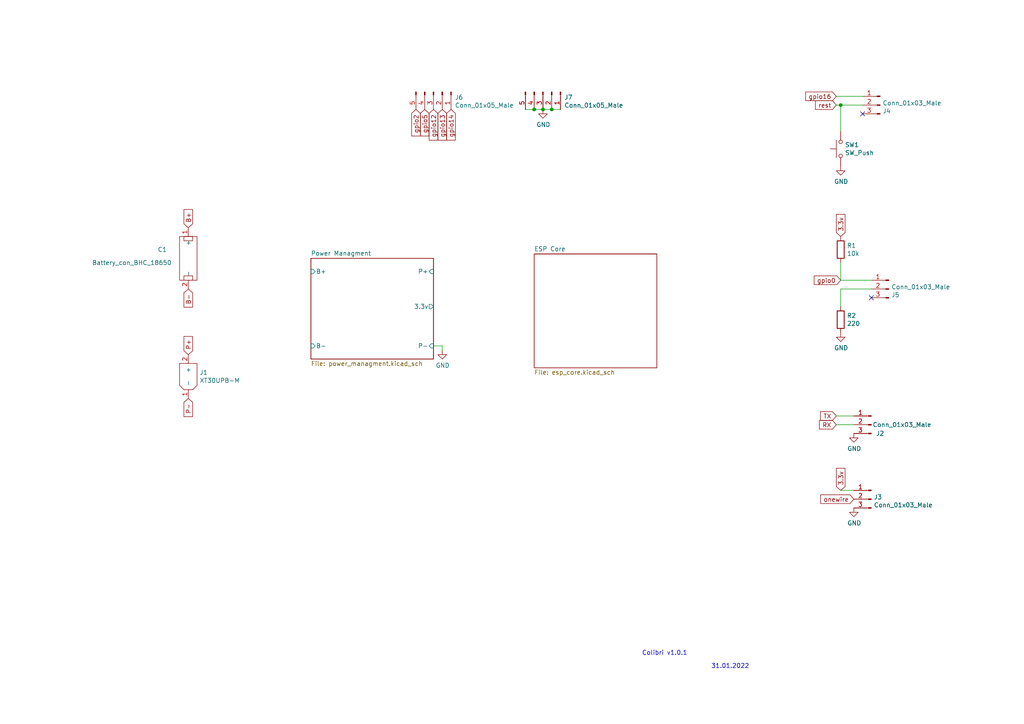
<source format=kicad_sch>
(kicad_sch (version 20211123) (generator eeschema)
  (paper "A4")
  (lib_symbols
    (symbol "Connector:Conn_01x03_Male" (pin_names (offset 1.016) hide)
      (property "Reference" "J" (at 0 5.08 0))
      (property "Value" "Conn_01x03_Male" (at 0 -5.08 0))
      (symbol "Conn_01x03_Male_1_1"
        (polyline (pts (xy 1.27 -2.54) (xy 0.8636 -2.54)) (stroke (width 0.1524)))
        (polyline (pts (xy 1.27 0) (xy 0.8636 0)) (stroke (width 0.1524)))
        (polyline (pts (xy 1.27 2.54) (xy 0.8636 2.54)) (stroke (width 0.1524)))
        (rectangle (start 0.8636 -2.413) (end 0 -2.667) (stroke (width 0.1524)) (fill (type outline)))
        (rectangle (start 0.8636 0.127) (end 0 -0.127) (stroke (width 0.1524)) (fill (type outline)))
        (rectangle (start 0.8636 2.667) (end 0 2.413) (stroke (width 0.1524)) (fill (type outline)))
        (pin passive line (at 5.08 2.54 180) (length 3.81) (name "Pin_1") (number "1"))
        (pin passive line (at 5.08 0 180) (length 3.81) (name "Pin_2") (number "2"))
        (pin passive line (at 5.08 -2.54 180) (length 3.81) (name "Pin_3") (number "3"))
      )
    )
    (symbol "Connector:Conn_01x05_Male" (pin_names (offset 1.016) hide)
      (property "Reference" "J" (at 0 7.62 0))
      (property "Value" "Conn_01x05_Male" (at 0 -7.62 0))
      (symbol "Conn_01x05_Male_1_1"
        (polyline (pts (xy 1.27 -5.08) (xy 0.8636 -5.08)) (stroke (width 0.1524)))
        (polyline (pts (xy 1.27 -2.54) (xy 0.8636 -2.54)) (stroke (width 0.1524)))
        (polyline (pts (xy 1.27 0) (xy 0.8636 0)) (stroke (width 0.1524)))
        (polyline (pts (xy 1.27 2.54) (xy 0.8636 2.54)) (stroke (width 0.1524)))
        (polyline (pts (xy 1.27 5.08) (xy 0.8636 5.08)) (stroke (width 0.1524)))
        (rectangle (start 0.8636 -4.953) (end 0 -5.207) (stroke (width 0.1524)) (fill (type outline)))
        (rectangle (start 0.8636 -2.413) (end 0 -2.667) (stroke (width 0.1524)) (fill (type outline)))
        (rectangle (start 0.8636 0.127) (end 0 -0.127) (stroke (width 0.1524)) (fill (type outline)))
        (rectangle (start 0.8636 2.667) (end 0 2.413) (stroke (width 0.1524)) (fill (type outline)))
        (rectangle (start 0.8636 5.207) (end 0 4.953) (stroke (width 0.1524)) (fill (type outline)))
        (pin passive line (at 5.08 5.08 180) (length 3.81) (name "Pin_1") (number "1"))
        (pin passive line (at 5.08 2.54 180) (length 3.81) (name "Pin_2") (number "2"))
        (pin passive line (at 5.08 0 180) (length 3.81) (name "Pin_3") (number "3"))
        (pin passive line (at 5.08 -2.54 180) (length 3.81) (name "Pin_4") (number "4"))
        (pin passive line (at 5.08 -5.08 180) (length 3.81) (name "Pin_5") (number "5"))
      )
    )
    (symbol "Device:R" (pin_numbers hide) (pin_names (offset 0))
      (property "Reference" "R" (at 2.032 0 90))
      (property "Value" "R" (at 0 0 90))
      (symbol "R_0_1"
        (rectangle (start -1.016 -2.54) (end 1.016 2.54) (stroke (width 0.254)))
      )
      (symbol "R_1_1"
        (pin passive line (at 0 3.81 270) (length 1.27) (name "~") (number "1"))
        (pin passive line (at 0 -3.81 90) (length 1.27) (name "~") (number "2"))
      )
    )
    (symbol "Switch:SW_Push" (pin_numbers hide) (pin_names (offset 1.016) hide)
      (property "Reference" "SW" (at 1.27 2.54 0))
      (property "Value" "SW_Push" (at 0 -1.524 0))
      (symbol "SW_Push_0_1"
        (circle (center -2.032 0) (radius 0.508))
        (polyline (pts (xy 0 1.27) (xy 0 3.048)))
        (polyline (pts (xy 2.54 1.27) (xy -2.54 1.27)))
        (circle (center 2.032 0) (radius 0.508))
        (pin passive line (at -5.08 0 0) (length 2.54) (name "1") (number "1"))
        (pin passive line (at 5.08 0 180) (length 2.54) (name "2") (number "2"))
      )
    )
    (symbol "colibri_01-rescue:Battery_con_BHC_18650-Connector" (pin_names (offset 1.016))
      (property "Reference" "J" (at 0 8.89 0))
      (property "Value" "Battery_con_BHC_18650-Connector" (at 0 7.62 0))
      (symbol "Battery_con_BHC_18650-Connector_0_1"
        (rectangle (start -6.35 1.27) (end -5.08 -1.27))
        (rectangle (start -6.35 2.54) (end 6.35 -2.54))
        (rectangle (start 6.35 1.27) (end 5.08 -1.27))
      )
      (symbol "Battery_con_BHC_18650-Connector_1_1"
        (pin unspecified line (at -8.89 0 0) (length 2.54) (name "+") (number "1"))
        (pin unspecified line (at 8.89 0 180) (length 2.54) (name "-") (number "2"))
      )
    )
    (symbol "colibri_01-rescue:XT30UPB-M-Connector" (pin_names (offset 1.016))
      (property "Reference" "J" (at -8.89 0 0))
      (property "Value" "XT30UPB-M-Connector" (at -8.89 0 0))
      (symbol "XT30UPB-M-Connector_0_1"
        (polyline (pts (xy -1.27 3.81) (xy 1.27 3.81) (xy 2.54 2.54) (xy 2.54 -3.81) (xy -2.54 -3.81) (xy -2.54 2.54) (xy -1.27 3.81)))
      )
      (symbol "XT30UPB-M-Connector_1_1"
        (pin unspecified line (at 0 6.35 270) (length 2.54) (name "-") (number "1"))
        (pin unspecified line (at 0 -6.35 90) (length 2.54) (name "+") (number "2"))
      )
    )
    (symbol "power:GND" (power) (pin_names (offset 0))
      (property "Value" "GND" (at 0 -3.81 0))
      (symbol "GND_0_1"
        (polyline (pts (xy 0 0) (xy 0 -1.27) (xy 1.27 -1.27) (xy 0 -2.54) (xy -1.27 -1.27) (xy 0 -1.27)))
      )
      (symbol "GND_1_1"
        (pin power_in line (at 0 0 270) (length 0) hide (name "GND") (number "1"))
      )
    )
  )
  (junction (at 160.02 31.75))
  (junction (at 154.94 31.75))
  (junction (at 243.84 30.48))
  (junction (at 157.48 31.75))
  (no_connect (at 252.73 86.36))
  (no_connect (at 250.19 33.02))
  (wire (pts (xy 242.57 30.48) (xy 243.84 30.48)))
  (wire (pts (xy 243.84 76.2) (xy 243.84 81.28)))
  (wire (pts (xy 162.56 31.75) (xy 160.02 31.75)))
  (wire (pts (xy 243.84 83.82) (xy 252.73 83.82)))
  (wire (pts (xy 242.57 123.19) (xy 247.65 123.19)))
  (wire (pts (xy 243.84 81.28) (xy 252.73 81.28)))
  (wire (pts (xy 125.73 100.33) (xy 128.27 100.33)))
  (wire (pts (xy 243.84 30.48) (xy 243.84 38.1)))
  (wire (pts (xy 157.48 31.75) (xy 154.94 31.75)))
  (wire (pts (xy 160.02 31.75) (xy 157.48 31.75)))
  (wire (pts (xy 242.57 27.94) (xy 250.19 27.94)))
  (wire (pts (xy 243.84 83.82) (xy 243.84 88.9)))
  (wire (pts (xy 247.65 142.24) (xy 243.84 142.24)))
  (wire (pts (xy 128.27 100.33) (xy 128.27 101.6)))
  (wire (pts (xy 242.57 120.65) (xy 247.65 120.65)))
  (wire (pts (xy 152.4 31.75) (xy 154.94 31.75)))
  (wire (pts (xy 243.84 30.48) (xy 250.19 30.48)))
  (text "Colibri v1.0.1" (at 186.182 190.246 0) (effects (font (size 1.27 1.27)) (justify left bottom)))
  (text "31.01.2022" (at 206.248 194.056 0) (effects (font (size 1.27 1.27)) (justify left bottom)))
  (global_label "gpio13" (shape input) (at 128.27 31.75 270) (property "Intersheet References" "${INTERSHEET_REFS}" (effects hide)))
  (global_label "gpio0" (shape input) (at 243.84 81.28 180) (property "Intersheet References" "${INTERSHEET_REFS}" (effects hide)))
  (global_label "gpio14" (shape input) (at 130.81 31.75 270) (property "Intersheet References" "${INTERSHEET_REFS}" (effects hide)))
  (global_label "rest" (shape input) (at 242.57 30.48 180) (property "Intersheet References" "${INTERSHEET_REFS}" (effects hide)))
  (global_label "3.3v" (shape input) (at 243.84 68.58 90) (property "Intersheet References" "${INTERSHEET_REFS}" (effects hide)))
  (global_label "B-" (shape input) (at 54.61 83.82 270) (property "Intersheet References" "${INTERSHEET_REFS}" (effects hide)))
  (global_label "P+" (shape input) (at 54.61 102.87 90) (property "Intersheet References" "${INTERSHEET_REFS}" (effects hide)))
  (global_label "B+" (shape input) (at 54.61 66.04 90) (property "Intersheet References" "${INTERSHEET_REFS}" (effects hide)))
  (global_label "gpio12" (shape input) (at 125.73 31.75 270) (property "Intersheet References" "${INTERSHEET_REFS}" (effects hide)))
  (global_label "RX" (shape input) (at 242.57 123.19 180) (property "Intersheet References" "${INTERSHEET_REFS}" (effects hide)))
  (global_label "gpio16" (shape input) (at 242.57 27.94 180) (property "Intersheet References" "${INTERSHEET_REFS}" (effects hide)))
  (global_label "3.3v" (shape input) (at 243.84 142.24 90) (property "Intersheet References" "${INTERSHEET_REFS}" (effects hide)))
  (global_label "P-" (shape input) (at 54.61 115.57 270) (property "Intersheet References" "${INTERSHEET_REFS}" (effects hide)))
  (global_label "onewire" (shape input) (at 247.65 144.78 180) (property "Intersheet References" "${INTERSHEET_REFS}" (effects hide)))
  (global_label "gpio2" (shape input) (at 120.65 31.75 270) (property "Intersheet References" "${INTERSHEET_REFS}" (effects hide)))
  (global_label "gpio5" (shape input) (at 123.19 31.75 270) (property "Intersheet References" "${INTERSHEET_REFS}" (effects hide)))
  (global_label "TX" (shape input) (at 242.57 120.65 180) (property "Intersheet References" "${INTERSHEET_REFS}" (effects hide)))
  (symbol (lib_id "power:GND") (at 128.27 101.6 0) (unit 1)
    (property "Reference" "#PWR01" (effects hide))
    (property "Value" "GND" (at 128.397 105.9942 0))
  )
  (symbol (lib_id "Connector:Conn_01x03_Male") (at 255.27 30.48 0) (mirror y) (unit 1)
    (property "Reference" "J4" (at 255.9812 32.2072 0) (effects (justify right)))
    (property "Value" "Conn_01x03_Male" (at 255.9812 29.8958 0) (effects (justify right)))
    (property "Footprint" "Connector_PinHeader_2.54mm:PinHeader_1x03_P2.54mm_Vertical" (effects hide))
  )
  (symbol (lib_id "Switch:SW_Push") (at 243.84 43.18 90) (unit 1)
    (property "Reference" "SW1" (at 245.0592 42.0116 90) (effects (justify right)))
    (property "Value" "SW_Push" (at 245.0592 44.323 90) (effects (justify right)))
    (property "Footprint" "Button_Switch_SMD:TP-1163s" (effects hide))
  )
  (symbol (lib_id "power:GND") (at 243.84 48.26 0) (unit 1)
    (property "Reference" "#PWR02" (effects hide))
    (property "Value" "GND" (at 243.967 52.6542 0))
  )
  (symbol (lib_id "Connector:Conn_01x03_Male") (at 257.81 83.82 0) (mirror y) (unit 1)
    (property "Reference" "J5" (at 258.5212 85.5472 0) (effects (justify right)))
    (property "Value" "Conn_01x03_Male" (at 258.5212 83.2358 0) (effects (justify right)))
    (property "Footprint" "Connector_PinHeader_2.54mm:PinHeader_1x03_P2.54mm_Vertical" (effects hide))
  )
  (symbol (lib_id "Device:R") (at 243.84 92.71 0) (unit 1)
    (property "Reference" "R2" (at 245.618 91.5416 0) (effects (justify left)))
    (property "Value" "220" (at 245.618 93.853 0) (effects (justify left)))
    (property "Footprint" "Resistor_SMD:R_0805_2012Metric" (effects hide))
  )
  (symbol (lib_id "power:GND") (at 243.84 96.52 0) (unit 1)
    (property "Reference" "#PWR03" (effects hide))
    (property "Value" "GND" (at 243.967 100.9142 0))
  )
  (symbol (lib_id "Device:R") (at 243.84 72.39 0) (unit 1)
    (property "Reference" "R1" (at 245.618 71.2216 0) (effects (justify left)))
    (property "Value" "10k" (at 245.618 73.533 0) (effects (justify left)))
    (property "Footprint" "Resistor_SMD:R_0805_2012Metric" (effects hide))
  )
  (symbol (lib_id "Connector:Conn_01x03_Male") (at 252.73 123.19 0) (mirror y) (unit 1)
    (property "Reference" "J2" (at 255.27 125.73 0))
    (property "Value" "Conn_01x03_Male" (at 261.62 123.19 0))
    (property "Footprint" "Connector_PinHeader_2.54mm:PinHeader_1x03_P2.54mm_Vertical" (effects hide))
  )
  (symbol (lib_id "power:GND") (at 247.65 125.73 0) (unit 1)
    (property "Reference" "#PWR04" (effects hide))
    (property "Value" "GND" (at 247.777 130.1242 0))
  )
  (symbol (lib_id "Connector:Conn_01x03_Male") (at 252.73 144.78 0) (mirror y) (unit 1)
    (property "Reference" "J3" (at 253.4412 144.1704 0) (effects (justify right)))
    (property "Value" "Conn_01x03_Male" (at 253.4412 146.4818 0) (effects (justify right)))
    (property "Footprint" "Connector_PinHeader_2.54mm:PinHeader_1x03_P2.54mm_Vertical" (effects hide))
  )
  (symbol (lib_id "power:GND") (at 247.65 147.32 0) (unit 1)
    (property "Reference" "#PWR05" (effects hide))
    (property "Value" "GND" (at 247.777 151.7142 0))
  )
  (symbol (lib_id "colibri_01-rescue:Battery_con_BHC_18650-Connector") (at 54.61 74.93 270) (unit 1)
    (property "Reference" "C1" (at 45.72 72.39 90) (effects (justify left)))
    (property "Value" "Battery_con_BHC_18650" (at 26.67 76.2 90) (effects (justify left)))
    (property "Footprint" "Connector:Battery_con_BHC_18650" (effects hide))
  )
  (symbol (lib_id "colibri_01-rescue:XT30UPB-M-Connector") (at 54.61 109.22 180) (unit 1)
    (property "Reference" "J1" (at 57.8612 108.0516 0) (effects (justify right)))
    (property "Value" "XT30UPB-M" (at 57.8612 110.363 0) (effects (justify right)))
    (property "Footprint" "XT_con:AMASS_XT30UPB-M_1x02_P5.0mm_Vertical" (effects hide))
  )
  (symbol (lib_id "Connector:Conn_01x05_Male") (at 125.73 26.67 270) (unit 1)
    (property "Reference" "J6" (at 131.9276 28.2448 90) (effects (justify left)))
    (property "Value" "Conn_01x05_Male" (at 131.9276 30.5562 90) (effects (justify left)))
    (property "Footprint" "Connector_PinHeader_2.54mm:PinHeader_1x05_P2.54mm_Vertical" (effects hide))
  )
  (symbol (lib_id "Connector:Conn_01x05_Male") (at 157.48 26.67 270) (unit 1)
    (property "Reference" "J7" (at 163.6776 28.2448 90) (effects (justify left)))
    (property "Value" "Conn_01x05_Male" (at 163.6776 30.5562 90) (effects (justify left)))
    (property "Footprint" "Connector_PinHeader_2.54mm:PinHeader_1x05_P2.54mm_Vertical" (effects hide))
  )
  (symbol (lib_id "power:GND") (at 157.48 31.75 0) (unit 1)
    (property "Reference" "#PWR0101" (effects hide))
    (property "Value" "GND" (at 157.607 36.1442 0))
  )
  (sheet (at 90.17 74.93) (size 35.56 29.21)
    (property "Sheet name" "Power Managment" (at 90.17 74.2184 0) (effects (justify left bottom)))
    (property "Sheet file" "power_managment.kicad_sch" (at 90.17 104.7246 0) (effects (justify left top)))
    (pin "P-" input (at 125.73 100.33 0))
    (pin "B+" input (at 90.17 78.74 180))
    (pin "B-" input (at 90.17 100.33 180))
    (pin "P+" input (at 125.73 78.74 0))
    (pin "3.3v" output (at 125.73 88.9 0))
  )
  (sheet (at 154.94 73.66) (size 35.56 33.02)
    (property "Sheet name" "ESP Core" (at 154.94 72.9484 0) (effects (justify left bottom)))
    (property "Sheet file" "esp_core.kicad_sch" (at 154.94 107.2646 0) (effects (justify left top)))
  )
)
</source>
